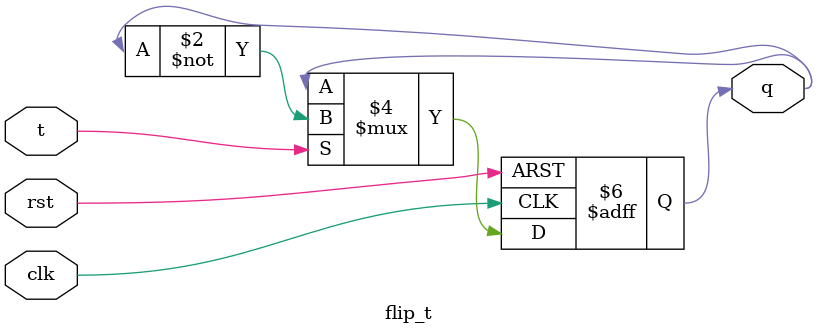
<source format=v>
module flip_t (
    clk, t, rst, q
);
    input clk, t, rst;
    output reg q;

    always @(posedge clk, posedge rst) begin
        if (rst) begin
            q <= 0;
        end else if (t) begin
            q <= ~q;
        end else  begin
            q <= q;
        end
    end
endmodule
</source>
